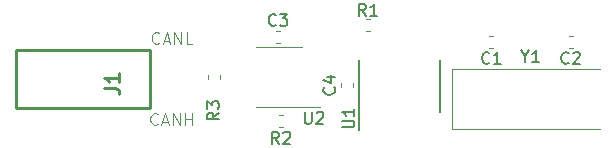
<source format=gto>
G04 #@! TF.GenerationSoftware,KiCad,Pcbnew,(5.1.5)-3*
G04 #@! TF.CreationDate,2020-10-26T09:13:26-05:00*
G04 #@! TF.ProjectId,ravencanboard,72617665-6e63-4616-9e62-6f6172642e6b,rev?*
G04 #@! TF.SameCoordinates,Original*
G04 #@! TF.FileFunction,Legend,Top*
G04 #@! TF.FilePolarity,Positive*
%FSLAX46Y46*%
G04 Gerber Fmt 4.6, Leading zero omitted, Abs format (unit mm)*
G04 Created by KiCad (PCBNEW (5.1.5)-3) date 2020-10-26 09:13:26*
%MOMM*%
%LPD*%
G04 APERTURE LIST*
%ADD10C,0.100000*%
%ADD11C,0.120000*%
%ADD12C,0.254000*%
%ADD13C,0.150000*%
G04 APERTURE END LIST*
D10*
X212058380Y-104243142D02*
X212010761Y-104290761D01*
X211867904Y-104338380D01*
X211772666Y-104338380D01*
X211629809Y-104290761D01*
X211534571Y-104195523D01*
X211486952Y-104100285D01*
X211439333Y-103909809D01*
X211439333Y-103766952D01*
X211486952Y-103576476D01*
X211534571Y-103481238D01*
X211629809Y-103386000D01*
X211772666Y-103338380D01*
X211867904Y-103338380D01*
X212010761Y-103386000D01*
X212058380Y-103433619D01*
X212439333Y-104052666D02*
X212915523Y-104052666D01*
X212344095Y-104338380D02*
X212677428Y-103338380D01*
X213010761Y-104338380D01*
X213344095Y-104338380D02*
X213344095Y-103338380D01*
X213915523Y-104338380D01*
X213915523Y-103338380D01*
X214867904Y-104338380D02*
X214391714Y-104338380D01*
X214391714Y-103338380D01*
X211939333Y-111101142D02*
X211891714Y-111148761D01*
X211748857Y-111196380D01*
X211653619Y-111196380D01*
X211510761Y-111148761D01*
X211415523Y-111053523D01*
X211367904Y-110958285D01*
X211320285Y-110767809D01*
X211320285Y-110624952D01*
X211367904Y-110434476D01*
X211415523Y-110339238D01*
X211510761Y-110244000D01*
X211653619Y-110196380D01*
X211748857Y-110196380D01*
X211891714Y-110244000D01*
X211939333Y-110291619D01*
X212320285Y-110910666D02*
X212796476Y-110910666D01*
X212225047Y-111196380D02*
X212558380Y-110196380D01*
X212891714Y-111196380D01*
X213225047Y-111196380D02*
X213225047Y-110196380D01*
X213796476Y-111196380D01*
X213796476Y-110196380D01*
X214272666Y-111196380D02*
X214272666Y-110196380D01*
X214272666Y-110672571D02*
X214844095Y-110672571D01*
X214844095Y-111196380D02*
X214844095Y-110196380D01*
D11*
X236818000Y-111516000D02*
X249418000Y-111516000D01*
X236818000Y-106416000D02*
X236818000Y-111516000D01*
X249418000Y-106416000D02*
X236818000Y-106416000D01*
D12*
X199948000Y-109742200D02*
X211308000Y-109742200D01*
X199948000Y-104812200D02*
X199948000Y-109742200D01*
X211308000Y-104812200D02*
X199948000Y-104812200D01*
X211308000Y-109742200D02*
X211308000Y-104812200D01*
D13*
X228960400Y-111636800D02*
X228960400Y-105661800D01*
X235860400Y-110111800D02*
X235860400Y-105661800D01*
D11*
X216152400Y-106964933D02*
X216152400Y-107307467D01*
X217172400Y-106964933D02*
X217172400Y-107307467D01*
X221926733Y-104282000D02*
X222269267Y-104282000D01*
X221926733Y-103262000D02*
X222269267Y-103262000D01*
X228450000Y-108007267D02*
X228450000Y-107664733D01*
X227430000Y-108007267D02*
X227430000Y-107664733D01*
X222523267Y-110374000D02*
X222180733Y-110374000D01*
X222523267Y-111394000D02*
X222180733Y-111394000D01*
X229889267Y-102246000D02*
X229546733Y-102246000D01*
X229889267Y-103266000D02*
X229546733Y-103266000D01*
X222199600Y-109684800D02*
X225649600Y-109684800D01*
X222199600Y-109684800D02*
X220249600Y-109684800D01*
X222199600Y-104564800D02*
X224149600Y-104564800D01*
X222199600Y-104564800D02*
X220249600Y-104564800D01*
X246716733Y-104650000D02*
X247059267Y-104650000D01*
X246716733Y-103630000D02*
X247059267Y-103630000D01*
X240342267Y-103630000D02*
X239999733Y-103630000D01*
X240342267Y-104650000D02*
X239999733Y-104650000D01*
D13*
X243041809Y-105392190D02*
X243041809Y-105868380D01*
X242708476Y-104868380D02*
X243041809Y-105392190D01*
X243375142Y-104868380D01*
X244232285Y-105868380D02*
X243660857Y-105868380D01*
X243946571Y-105868380D02*
X243946571Y-104868380D01*
X243851333Y-105011238D01*
X243756095Y-105106476D01*
X243660857Y-105154095D01*
D12*
X207418683Y-108080393D02*
X208325826Y-108080393D01*
X208507255Y-108140869D01*
X208628207Y-108261821D01*
X208688683Y-108443250D01*
X208688683Y-108564202D01*
X208688683Y-106810393D02*
X208688683Y-107536107D01*
X208688683Y-107173250D02*
X207418683Y-107173250D01*
X207600112Y-107294202D01*
X207721064Y-107415155D01*
X207781540Y-107536107D01*
D13*
X227562780Y-111391904D02*
X228372304Y-111391904D01*
X228467542Y-111344285D01*
X228515161Y-111296666D01*
X228562780Y-111201428D01*
X228562780Y-111010952D01*
X228515161Y-110915714D01*
X228467542Y-110868095D01*
X228372304Y-110820476D01*
X227562780Y-110820476D01*
X228562780Y-109820476D02*
X228562780Y-110391904D01*
X228562780Y-110106190D02*
X227562780Y-110106190D01*
X227705638Y-110201428D01*
X227800876Y-110296666D01*
X227848495Y-110391904D01*
X217114380Y-110148666D02*
X216638190Y-110482000D01*
X217114380Y-110720095D02*
X216114380Y-110720095D01*
X216114380Y-110339142D01*
X216162000Y-110243904D01*
X216209619Y-110196285D01*
X216304857Y-110148666D01*
X216447714Y-110148666D01*
X216542952Y-110196285D01*
X216590571Y-110243904D01*
X216638190Y-110339142D01*
X216638190Y-110720095D01*
X216114380Y-109815333D02*
X216114380Y-109196285D01*
X216495333Y-109529619D01*
X216495333Y-109386761D01*
X216542952Y-109291523D01*
X216590571Y-109243904D01*
X216685809Y-109196285D01*
X216923904Y-109196285D01*
X217019142Y-109243904D01*
X217066761Y-109291523D01*
X217114380Y-109386761D01*
X217114380Y-109672476D01*
X217066761Y-109767714D01*
X217019142Y-109815333D01*
X221931333Y-102699142D02*
X221883714Y-102746761D01*
X221740857Y-102794380D01*
X221645619Y-102794380D01*
X221502761Y-102746761D01*
X221407523Y-102651523D01*
X221359904Y-102556285D01*
X221312285Y-102365809D01*
X221312285Y-102222952D01*
X221359904Y-102032476D01*
X221407523Y-101937238D01*
X221502761Y-101842000D01*
X221645619Y-101794380D01*
X221740857Y-101794380D01*
X221883714Y-101842000D01*
X221931333Y-101889619D01*
X222264666Y-101794380D02*
X222883714Y-101794380D01*
X222550380Y-102175333D01*
X222693238Y-102175333D01*
X222788476Y-102222952D01*
X222836095Y-102270571D01*
X222883714Y-102365809D01*
X222883714Y-102603904D01*
X222836095Y-102699142D01*
X222788476Y-102746761D01*
X222693238Y-102794380D01*
X222407523Y-102794380D01*
X222312285Y-102746761D01*
X222264666Y-102699142D01*
X226867142Y-108002666D02*
X226914761Y-108050285D01*
X226962380Y-108193142D01*
X226962380Y-108288380D01*
X226914761Y-108431238D01*
X226819523Y-108526476D01*
X226724285Y-108574095D01*
X226533809Y-108621714D01*
X226390952Y-108621714D01*
X226200476Y-108574095D01*
X226105238Y-108526476D01*
X226010000Y-108431238D01*
X225962380Y-108288380D01*
X225962380Y-108193142D01*
X226010000Y-108050285D01*
X226057619Y-108002666D01*
X226295714Y-107145523D02*
X226962380Y-107145523D01*
X225914761Y-107383619D02*
X226629047Y-107621714D01*
X226629047Y-107002666D01*
X222185333Y-112766380D02*
X221852000Y-112290190D01*
X221613904Y-112766380D02*
X221613904Y-111766380D01*
X221994857Y-111766380D01*
X222090095Y-111814000D01*
X222137714Y-111861619D01*
X222185333Y-111956857D01*
X222185333Y-112099714D01*
X222137714Y-112194952D01*
X222090095Y-112242571D01*
X221994857Y-112290190D01*
X221613904Y-112290190D01*
X222566285Y-111861619D02*
X222613904Y-111814000D01*
X222709142Y-111766380D01*
X222947238Y-111766380D01*
X223042476Y-111814000D01*
X223090095Y-111861619D01*
X223137714Y-111956857D01*
X223137714Y-112052095D01*
X223090095Y-112194952D01*
X222518666Y-112766380D01*
X223137714Y-112766380D01*
X229551333Y-101938380D02*
X229218000Y-101462190D01*
X228979904Y-101938380D02*
X228979904Y-100938380D01*
X229360857Y-100938380D01*
X229456095Y-100986000D01*
X229503714Y-101033619D01*
X229551333Y-101128857D01*
X229551333Y-101271714D01*
X229503714Y-101366952D01*
X229456095Y-101414571D01*
X229360857Y-101462190D01*
X228979904Y-101462190D01*
X230503714Y-101938380D02*
X229932285Y-101938380D01*
X230218000Y-101938380D02*
X230218000Y-100938380D01*
X230122761Y-101081238D01*
X230027523Y-101176476D01*
X229932285Y-101224095D01*
X224384095Y-110082380D02*
X224384095Y-110891904D01*
X224431714Y-110987142D01*
X224479333Y-111034761D01*
X224574571Y-111082380D01*
X224765047Y-111082380D01*
X224860285Y-111034761D01*
X224907904Y-110987142D01*
X224955523Y-110891904D01*
X224955523Y-110082380D01*
X225384095Y-110177619D02*
X225431714Y-110130000D01*
X225526952Y-110082380D01*
X225765047Y-110082380D01*
X225860285Y-110130000D01*
X225907904Y-110177619D01*
X225955523Y-110272857D01*
X225955523Y-110368095D01*
X225907904Y-110510952D01*
X225336476Y-111082380D01*
X225955523Y-111082380D01*
X246721333Y-105927142D02*
X246673714Y-105974761D01*
X246530857Y-106022380D01*
X246435619Y-106022380D01*
X246292761Y-105974761D01*
X246197523Y-105879523D01*
X246149904Y-105784285D01*
X246102285Y-105593809D01*
X246102285Y-105450952D01*
X246149904Y-105260476D01*
X246197523Y-105165238D01*
X246292761Y-105070000D01*
X246435619Y-105022380D01*
X246530857Y-105022380D01*
X246673714Y-105070000D01*
X246721333Y-105117619D01*
X247102285Y-105117619D02*
X247149904Y-105070000D01*
X247245142Y-105022380D01*
X247483238Y-105022380D01*
X247578476Y-105070000D01*
X247626095Y-105117619D01*
X247673714Y-105212857D01*
X247673714Y-105308095D01*
X247626095Y-105450952D01*
X247054666Y-106022380D01*
X247673714Y-106022380D01*
X240004333Y-105927142D02*
X239956714Y-105974761D01*
X239813857Y-106022380D01*
X239718619Y-106022380D01*
X239575761Y-105974761D01*
X239480523Y-105879523D01*
X239432904Y-105784285D01*
X239385285Y-105593809D01*
X239385285Y-105450952D01*
X239432904Y-105260476D01*
X239480523Y-105165238D01*
X239575761Y-105070000D01*
X239718619Y-105022380D01*
X239813857Y-105022380D01*
X239956714Y-105070000D01*
X240004333Y-105117619D01*
X240956714Y-106022380D02*
X240385285Y-106022380D01*
X240671000Y-106022380D02*
X240671000Y-105022380D01*
X240575761Y-105165238D01*
X240480523Y-105260476D01*
X240385285Y-105308095D01*
M02*

</source>
